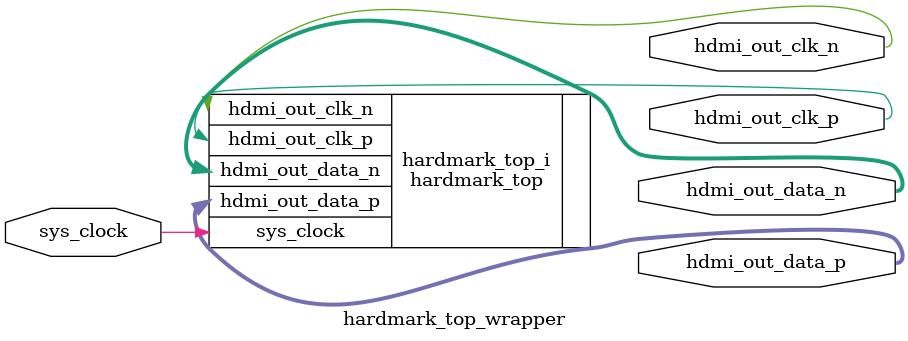
<source format=v>
`timescale 1 ps / 1 ps

module hardmark_top_wrapper
   (hdmi_out_clk_n,
    hdmi_out_clk_p,
    hdmi_out_data_n,
    hdmi_out_data_p,
    sys_clock);
  output hdmi_out_clk_n;
  output hdmi_out_clk_p;
  output [2:0]hdmi_out_data_n;
  output [2:0]hdmi_out_data_p;
  input sys_clock;

  wire hdmi_out_clk_n;
  wire hdmi_out_clk_p;
  wire [2:0]hdmi_out_data_n;
  wire [2:0]hdmi_out_data_p;
  wire sys_clock;

  hardmark_top hardmark_top_i
       (.hdmi_out_clk_n(hdmi_out_clk_n),
        .hdmi_out_clk_p(hdmi_out_clk_p),
        .hdmi_out_data_n(hdmi_out_data_n),
        .hdmi_out_data_p(hdmi_out_data_p),
        .sys_clock(sys_clock));
endmodule

</source>
